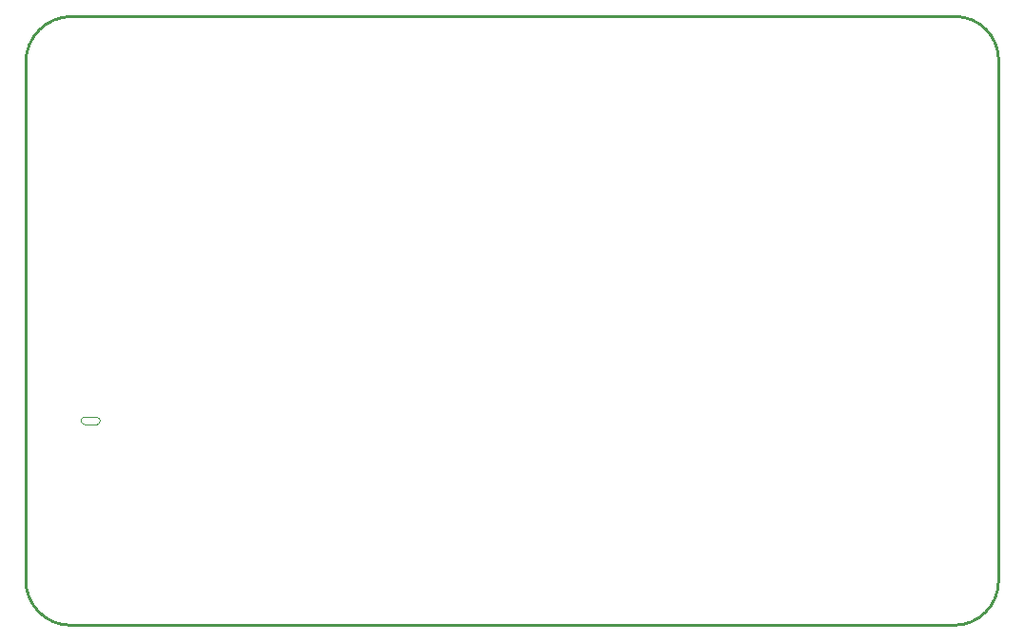
<source format=gm1>
G04*
G04 #@! TF.GenerationSoftware,Altium Limited,Altium Designer,20.0.12 (288)*
G04*
G04 Layer_Color=16711935*
%FSLAX44Y44*%
%MOMM*%
G71*
G01*
G75*
%ADD12C,0.2540*%
%ADD92C,0.0000*%
D12*
X593250Y579773D02*
G03*
X633273Y539750I40023J0D01*
G01*
X1419845D02*
G03*
X1459500Y579405I0J39655D01*
G01*
X1459500Y1043688D02*
G03*
X1420688Y1082500I-38812J0D01*
G01*
X634128D02*
G03*
X593250Y1041622I0J-40878D01*
G01*
Y579773D02*
Y819250D01*
X633273Y539750D02*
X1419845D01*
X1459500Y579405D02*
X1459500Y1043688D01*
X634128Y1082500D02*
X1420688D01*
X593250Y819250D02*
Y1041622D01*
D92*
X659469Y722085D02*
G03*
X655945Y725259I-3349J-176D01*
G01*
X656485Y718761D02*
G03*
X659469Y722075I-165J3149D01*
G01*
X642471D02*
G03*
X645455Y718761I3149J-165D01*
G01*
X645462Y725260D02*
G03*
X642470Y722052I108J-3100D01*
G01*
X645470Y718760D02*
X656470D01*
X645470Y725260D02*
X655970D01*
M02*

</source>
